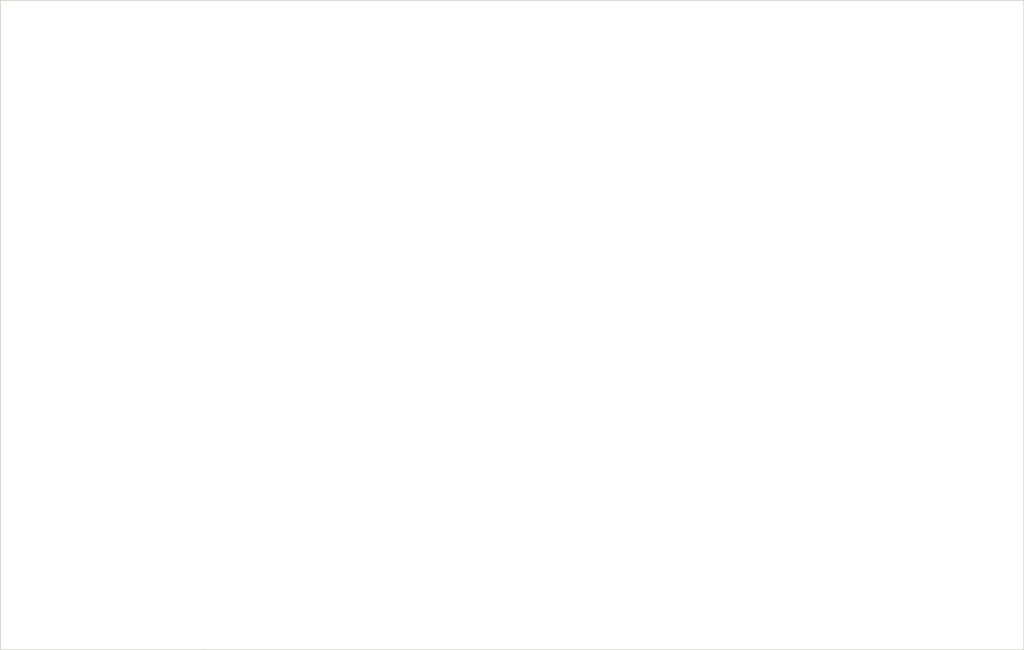
<source format=kicad_pcb>
(kicad_pcb (version 4) (host pcbnew 4.0.6)

  (general
    (links 0)
    (no_connects 0)
    (area 87.579999 46.939999 205.790001 121.970001)
    (thickness 1.6)
    (drawings 9)
    (tracks 0)
    (zones 0)
    (modules 14)
    (nets 1)
  )

  (page A4)
  (layers
    (0 F.Cu signal)
    (31 B.Cu signal)
    (32 B.Adhes user)
    (33 F.Adhes user)
    (34 B.Paste user)
    (35 F.Paste user)
    (36 B.SilkS user)
    (37 F.SilkS user)
    (38 B.Mask user)
    (39 F.Mask user)
    (40 Dwgs.User user)
    (41 Cmts.User user)
    (42 Eco1.User user)
    (43 Eco2.User user)
    (44 Edge.Cuts user)
    (45 Margin user)
    (46 B.CrtYd user)
    (47 F.CrtYd user)
    (48 B.Fab user hide)
    (49 F.Fab user)
  )

  (setup
    (last_trace_width 0.254)
    (trace_clearance 0.4572)
    (zone_clearance 0.508)
    (zone_45_only no)
    (trace_min 0.254)
    (segment_width 0.2)
    (edge_width 0.1)
    (via_size 0.6)
    (via_drill 0.4064)
    (via_min_size 0.4064)
    (via_min_drill 0.3)
    (uvia_size 0.599948)
    (uvia_drill 0.4064)
    (uvias_allowed no)
    (uvia_min_size 0.4064)
    (uvia_min_drill 0.1)
    (pcb_text_width 0.3)
    (pcb_text_size 1.5 1.5)
    (mod_edge_width 0.15)
    (mod_text_size 1 1)
    (mod_text_width 0.15)
    (pad_size 7.540625 7.540625)
    (pad_drill 7.540625)
    (pad_to_mask_clearance 0)
    (aux_axis_origin 0 0)
    (visible_elements 7FFFFFFF)
    (pcbplotparams
      (layerselection 0x00030_80000001)
      (usegerberextensions false)
      (excludeedgelayer true)
      (linewidth 0.100000)
      (plotframeref false)
      (viasonmask false)
      (mode 1)
      (useauxorigin false)
      (hpglpennumber 1)
      (hpglpenspeed 20)
      (hpglpendiameter 15)
      (hpglpenoverlay 2)
      (psnegative false)
      (psa4output false)
      (plotreference true)
      (plotvalue true)
      (plotinvisibletext false)
      (padsonsilk false)
      (subtractmaskfromsilk false)
      (outputformat 1)
      (mirror false)
      (drillshape 0)
      (scaleselection 1)
      (outputdirectory svg/))
  )

  (net 0 "")

  (net_class Default "This is the default net class."
    (clearance 0.4572)
    (trace_width 0.254)
    (via_dia 0.6)
    (via_drill 0.4064)
    (uvia_dia 0.599948)
    (uvia_drill 0.4064)
  )

  (net_class PWR ""
    (clearance 0.4572)
    (trace_width 0.508)
    (via_dia 0.6)
    (via_drill 0.4064)
    (uvia_dia 0.599948)
    (uvia_drill 0.4064)
  )

  (module "LED Dimmer Footprints:SW_SPDT_PCBPM_ALT" (layer F.Cu) (tedit 594821B1) (tstamp 5948A3F2)
    (at 148.59 65.405 90)
    (path /59428968)
    (fp_text reference SW1 (at 0 2.54 90) (layer F.SilkS) hide
      (effects (font (size 1 1) (thickness 0.15)))
    )
    (fp_text value SW_SPDT (at 0 -2.54 90) (layer F.Fab)
      (effects (font (size 1 1) (thickness 0.15)))
    )
    (fp_line (start 6.604 3.556) (end 6.731 3.556) (layer F.CrtYd) (width 0.0762))
    (fp_line (start 6.731 3.556) (end 6.731 -3.556) (layer F.CrtYd) (width 0.0762))
    (fp_line (start 6.731 -3.556) (end 6.604 -3.556) (layer F.CrtYd) (width 0.0762))
    (fp_line (start -6.731 0) (end -6.731 -3.556) (layer F.CrtYd) (width 0.0762))
    (fp_line (start -6.731 -3.556) (end 6.604 -3.556) (layer F.CrtYd) (width 0.0762))
    (fp_line (start 6.604 3.556) (end -6.731 3.556) (layer F.CrtYd) (width 0.0762))
    (fp_line (start -6.731 3.556) (end -6.731 0) (layer F.CrtYd) (width 0.0762))
    (pad "" np_thru_hole circle (at 0 0 90) (size 6.35 6.35) (drill 6.35) (layers *.Cu *.Mask))
  )

  (module "LED Dimmer Footprints:SW_SPDT_PCBPM_ALT" (layer F.Cu) (tedit 594821B1) (tstamp 5948A40B)
    (at 160.02 65.405 90)
    (path /59428B8B)
    (fp_text reference SW2 (at 0 2.54 90) (layer F.SilkS) hide
      (effects (font (size 1 1) (thickness 0.15)))
    )
    (fp_text value SW_SPDT (at 0 -2.54 90) (layer F.Fab)
      (effects (font (size 1 1) (thickness 0.15)))
    )
    (fp_line (start 6.604 3.556) (end 6.731 3.556) (layer F.CrtYd) (width 0.0762))
    (fp_line (start 6.731 3.556) (end 6.731 -3.556) (layer F.CrtYd) (width 0.0762))
    (fp_line (start 6.731 -3.556) (end 6.604 -3.556) (layer F.CrtYd) (width 0.0762))
    (fp_line (start -6.731 0) (end -6.731 -3.556) (layer F.CrtYd) (width 0.0762))
    (fp_line (start -6.731 -3.556) (end 6.604 -3.556) (layer F.CrtYd) (width 0.0762))
    (fp_line (start 6.604 3.556) (end -6.731 3.556) (layer F.CrtYd) (width 0.0762))
    (fp_line (start -6.731 3.556) (end -6.731 0) (layer F.CrtYd) (width 0.0762))
    (pad "" np_thru_hole circle (at 0 0 90) (size 6.35 6.35) (drill 6.35) (layers *.Cu *.Mask))
  )

  (module "LED Dimmer Footprints:SW_SPDT_PCBPM_ALT" (layer F.Cu) (tedit 594821B1) (tstamp 5948A424)
    (at 171.45 65.405 90)
    (path /59428C7E)
    (fp_text reference SW3 (at 0 2.54 90) (layer F.SilkS) hide
      (effects (font (size 1 1) (thickness 0.15)))
    )
    (fp_text value SW_SPDT (at 0 -2.54 90) (layer F.Fab)
      (effects (font (size 1 1) (thickness 0.15)))
    )
    (fp_line (start 6.604 3.556) (end 6.731 3.556) (layer F.CrtYd) (width 0.0762))
    (fp_line (start 6.731 3.556) (end 6.731 -3.556) (layer F.CrtYd) (width 0.0762))
    (fp_line (start 6.731 -3.556) (end 6.604 -3.556) (layer F.CrtYd) (width 0.0762))
    (fp_line (start -6.731 0) (end -6.731 -3.556) (layer F.CrtYd) (width 0.0762))
    (fp_line (start -6.731 -3.556) (end 6.604 -3.556) (layer F.CrtYd) (width 0.0762))
    (fp_line (start 6.604 3.556) (end -6.731 3.556) (layer F.CrtYd) (width 0.0762))
    (fp_line (start -6.731 3.556) (end -6.731 0) (layer F.CrtYd) (width 0.0762))
    (pad "" np_thru_hole circle (at 0 0 90) (size 6.35 6.35) (drill 6.35) (layers *.Cu *.Mask))
  )

  (module "LED Dimmer Footprints:SW_SPDT_PCBPM_ALT" (layer F.Cu) (tedit 594821B1) (tstamp 5948A43D)
    (at 182.88 65.405 90)
    (path /59428D7A)
    (fp_text reference SW4 (at 0 2.54 90) (layer F.SilkS) hide
      (effects (font (size 1 1) (thickness 0.15)))
    )
    (fp_text value SW_SPDT (at 0 -2.54 90) (layer F.Fab)
      (effects (font (size 1 1) (thickness 0.15)))
    )
    (fp_line (start 6.604 3.556) (end 6.731 3.556) (layer F.CrtYd) (width 0.0762))
    (fp_line (start 6.731 3.556) (end 6.731 -3.556) (layer F.CrtYd) (width 0.0762))
    (fp_line (start 6.731 -3.556) (end 6.604 -3.556) (layer F.CrtYd) (width 0.0762))
    (fp_line (start -6.731 0) (end -6.731 -3.556) (layer F.CrtYd) (width 0.0762))
    (fp_line (start -6.731 -3.556) (end 6.604 -3.556) (layer F.CrtYd) (width 0.0762))
    (fp_line (start 6.604 3.556) (end -6.731 3.556) (layer F.CrtYd) (width 0.0762))
    (fp_line (start -6.731 3.556) (end -6.731 0) (layer F.CrtYd) (width 0.0762))
    (pad "" np_thru_hole circle (at 0 0 90) (size 6.35 6.35) (drill 6.35) (layers *.Cu *.Mask))
  )

  (module "LED Dimmer Footprints:SW_SPDT_PCBPM_ALT" (layer F.Cu) (tedit 594821B1) (tstamp 5948A456)
    (at 148.59 85.725 90)
    (path /5942A24A)
    (fp_text reference SW5 (at 0 2.54 90) (layer F.SilkS) hide
      (effects (font (size 1 1) (thickness 0.15)))
    )
    (fp_text value SW_SPDT (at 0 -2.54 90) (layer F.Fab)
      (effects (font (size 1 1) (thickness 0.15)))
    )
    (fp_line (start 6.604 3.556) (end 6.731 3.556) (layer F.CrtYd) (width 0.0762))
    (fp_line (start 6.731 3.556) (end 6.731 -3.556) (layer F.CrtYd) (width 0.0762))
    (fp_line (start 6.731 -3.556) (end 6.604 -3.556) (layer F.CrtYd) (width 0.0762))
    (fp_line (start -6.731 0) (end -6.731 -3.556) (layer F.CrtYd) (width 0.0762))
    (fp_line (start -6.731 -3.556) (end 6.604 -3.556) (layer F.CrtYd) (width 0.0762))
    (fp_line (start 6.604 3.556) (end -6.731 3.556) (layer F.CrtYd) (width 0.0762))
    (fp_line (start -6.731 3.556) (end -6.731 0) (layer F.CrtYd) (width 0.0762))
    (pad "" np_thru_hole circle (at 0 0 90) (size 6.35 6.35) (drill 6.35) (layers *.Cu *.Mask))
  )

  (module "LED Dimmer Footprints:SW_SPDT_PCBPM_ALT" (layer F.Cu) (tedit 594821B1) (tstamp 5948A46F)
    (at 160.02 85.725 90)
    (path /5942A250)
    (fp_text reference SW6 (at 0 2.54 90) (layer F.SilkS) hide
      (effects (font (size 1 1) (thickness 0.15)))
    )
    (fp_text value SW_SPDT (at 0 -2.54 90) (layer F.Fab)
      (effects (font (size 1 1) (thickness 0.15)))
    )
    (fp_line (start 6.604 3.556) (end 6.731 3.556) (layer F.CrtYd) (width 0.0762))
    (fp_line (start 6.731 3.556) (end 6.731 -3.556) (layer F.CrtYd) (width 0.0762))
    (fp_line (start 6.731 -3.556) (end 6.604 -3.556) (layer F.CrtYd) (width 0.0762))
    (fp_line (start -6.731 0) (end -6.731 -3.556) (layer F.CrtYd) (width 0.0762))
    (fp_line (start -6.731 -3.556) (end 6.604 -3.556) (layer F.CrtYd) (width 0.0762))
    (fp_line (start 6.604 3.556) (end -6.731 3.556) (layer F.CrtYd) (width 0.0762))
    (fp_line (start -6.731 3.556) (end -6.731 0) (layer F.CrtYd) (width 0.0762))
    (pad "" np_thru_hole circle (at 0 0 90) (size 6.35 6.35) (drill 6.35) (layers *.Cu *.Mask))
  )

  (module "LED Dimmer Footprints:SW_SPDT_PCBPM_ALT" (layer F.Cu) (tedit 594821B1) (tstamp 5948A488)
    (at 171.45 85.725 90)
    (path /5942A256)
    (fp_text reference SW7 (at 0 2.54 90) (layer F.SilkS) hide
      (effects (font (size 1 1) (thickness 0.15)))
    )
    (fp_text value SW_SPDT (at 0 -2.54 90) (layer F.Fab)
      (effects (font (size 1 1) (thickness 0.15)))
    )
    (fp_line (start 6.604 3.556) (end 6.731 3.556) (layer F.CrtYd) (width 0.0762))
    (fp_line (start 6.731 3.556) (end 6.731 -3.556) (layer F.CrtYd) (width 0.0762))
    (fp_line (start 6.731 -3.556) (end 6.604 -3.556) (layer F.CrtYd) (width 0.0762))
    (fp_line (start -6.731 0) (end -6.731 -3.556) (layer F.CrtYd) (width 0.0762))
    (fp_line (start -6.731 -3.556) (end 6.604 -3.556) (layer F.CrtYd) (width 0.0762))
    (fp_line (start 6.604 3.556) (end -6.731 3.556) (layer F.CrtYd) (width 0.0762))
    (fp_line (start -6.731 3.556) (end -6.731 0) (layer F.CrtYd) (width 0.0762))
    (pad "" np_thru_hole circle (at 0 0 90) (size 6.35 6.35) (drill 6.35) (layers *.Cu *.Mask))
  )

  (module "LED Dimmer Footprints:SW_SPDT_PCBPM_ALT" (layer F.Cu) (tedit 594821B1) (tstamp 5948A4A1)
    (at 182.88 85.725 90)
    (path /5942A25C)
    (fp_text reference SW8 (at 0 2.54 90) (layer F.SilkS) hide
      (effects (font (size 1 1) (thickness 0.15)))
    )
    (fp_text value SW_SPDT (at 0 -2.54 90) (layer F.Fab)
      (effects (font (size 1 1) (thickness 0.15)))
    )
    (fp_line (start 6.604 3.556) (end 6.731 3.556) (layer F.CrtYd) (width 0.0762))
    (fp_line (start 6.731 3.556) (end 6.731 -3.556) (layer F.CrtYd) (width 0.0762))
    (fp_line (start 6.731 -3.556) (end 6.604 -3.556) (layer F.CrtYd) (width 0.0762))
    (fp_line (start -6.731 0) (end -6.731 -3.556) (layer F.CrtYd) (width 0.0762))
    (fp_line (start -6.731 -3.556) (end 6.604 -3.556) (layer F.CrtYd) (width 0.0762))
    (fp_line (start 6.604 3.556) (end -6.731 3.556) (layer F.CrtYd) (width 0.0762))
    (fp_line (start -6.731 3.556) (end -6.731 0) (layer F.CrtYd) (width 0.0762))
    (pad "" np_thru_hole circle (at 0 0 90) (size 6.35 6.35) (drill 6.35) (layers *.Cu *.Mask))
  )

  (module "LED Dimmer Footprints:SW_SPDT_PCBPM_ALT" (layer F.Cu) (tedit 594821B1) (tstamp 5948A4BA)
    (at 148.59 106.045 90)
    (path /5942BC16)
    (fp_text reference SW9 (at 0 2.54 90) (layer F.SilkS) hide
      (effects (font (size 1 1) (thickness 0.15)))
    )
    (fp_text value SW_SPDT (at 0 -2.54 90) (layer F.Fab)
      (effects (font (size 1 1) (thickness 0.15)))
    )
    (fp_line (start 6.604 3.556) (end 6.731 3.556) (layer F.CrtYd) (width 0.0762))
    (fp_line (start 6.731 3.556) (end 6.731 -3.556) (layer F.CrtYd) (width 0.0762))
    (fp_line (start 6.731 -3.556) (end 6.604 -3.556) (layer F.CrtYd) (width 0.0762))
    (fp_line (start -6.731 0) (end -6.731 -3.556) (layer F.CrtYd) (width 0.0762))
    (fp_line (start -6.731 -3.556) (end 6.604 -3.556) (layer F.CrtYd) (width 0.0762))
    (fp_line (start 6.604 3.556) (end -6.731 3.556) (layer F.CrtYd) (width 0.0762))
    (fp_line (start -6.731 3.556) (end -6.731 0) (layer F.CrtYd) (width 0.0762))
    (pad "" np_thru_hole circle (at 0 0 90) (size 6.35 6.35) (drill 6.35) (layers *.Cu *.Mask))
  )

  (module "LED Dimmer Footprints:SW_SPDT_PCBPM_ALT" (layer F.Cu) (tedit 594821B1) (tstamp 5948A4D3)
    (at 160.02 106.045 90)
    (path /5942BC1C)
    (fp_text reference SW10 (at 0 2.54 90) (layer F.SilkS) hide
      (effects (font (size 1 1) (thickness 0.15)))
    )
    (fp_text value SW_SPDT (at 0 -2.54 90) (layer F.Fab)
      (effects (font (size 1 1) (thickness 0.15)))
    )
    (fp_line (start 6.604 3.556) (end 6.731 3.556) (layer F.CrtYd) (width 0.0762))
    (fp_line (start 6.731 3.556) (end 6.731 -3.556) (layer F.CrtYd) (width 0.0762))
    (fp_line (start 6.731 -3.556) (end 6.604 -3.556) (layer F.CrtYd) (width 0.0762))
    (fp_line (start -6.731 0) (end -6.731 -3.556) (layer F.CrtYd) (width 0.0762))
    (fp_line (start -6.731 -3.556) (end 6.604 -3.556) (layer F.CrtYd) (width 0.0762))
    (fp_line (start 6.604 3.556) (end -6.731 3.556) (layer F.CrtYd) (width 0.0762))
    (fp_line (start -6.731 3.556) (end -6.731 0) (layer F.CrtYd) (width 0.0762))
    (pad "" np_thru_hole circle (at 0 0 90) (size 6.35 6.35) (drill 6.35) (layers *.Cu *.Mask))
  )

  (module "LED Dimmer Footprints:SW_SPDT_PCBPM_ALT" (layer F.Cu) (tedit 594821B1) (tstamp 5948A4EC)
    (at 171.45 106.045 90)
    (path /5942BC22)
    (fp_text reference SW11 (at 0 2.54 90) (layer F.SilkS) hide
      (effects (font (size 1 1) (thickness 0.15)))
    )
    (fp_text value SW_SPDT (at 0 -2.54 90) (layer F.Fab)
      (effects (font (size 1 1) (thickness 0.15)))
    )
    (fp_line (start 6.604 3.556) (end 6.731 3.556) (layer F.CrtYd) (width 0.0762))
    (fp_line (start 6.731 3.556) (end 6.731 -3.556) (layer F.CrtYd) (width 0.0762))
    (fp_line (start 6.731 -3.556) (end 6.604 -3.556) (layer F.CrtYd) (width 0.0762))
    (fp_line (start -6.731 0) (end -6.731 -3.556) (layer F.CrtYd) (width 0.0762))
    (fp_line (start -6.731 -3.556) (end 6.604 -3.556) (layer F.CrtYd) (width 0.0762))
    (fp_line (start 6.604 3.556) (end -6.731 3.556) (layer F.CrtYd) (width 0.0762))
    (fp_line (start -6.731 3.556) (end -6.731 0) (layer F.CrtYd) (width 0.0762))
    (pad "" np_thru_hole circle (at 0 0 90) (size 6.35 6.35) (drill 6.35) (layers *.Cu *.Mask))
  )

  (module "LED Dimmer Footprints:SW_SPDT_PCBPM_ALT" (layer F.Cu) (tedit 594821B1) (tstamp 5948A505)
    (at 182.88 106.045 90)
    (path /5942BC28)
    (fp_text reference SW12 (at 0 2.54 90) (layer F.SilkS) hide
      (effects (font (size 1 1) (thickness 0.15)))
    )
    (fp_text value SW_SPDT (at 0 -2.54 90) (layer F.Fab)
      (effects (font (size 1 1) (thickness 0.15)))
    )
    (fp_line (start 6.604 3.556) (end 6.731 3.556) (layer F.CrtYd) (width 0.0762))
    (fp_line (start 6.731 3.556) (end 6.731 -3.556) (layer F.CrtYd) (width 0.0762))
    (fp_line (start 6.731 -3.556) (end 6.604 -3.556) (layer F.CrtYd) (width 0.0762))
    (fp_line (start -6.731 0) (end -6.731 -3.556) (layer F.CrtYd) (width 0.0762))
    (fp_line (start -6.731 -3.556) (end 6.604 -3.556) (layer F.CrtYd) (width 0.0762))
    (fp_line (start 6.604 3.556) (end -6.731 3.556) (layer F.CrtYd) (width 0.0762))
    (fp_line (start -6.731 3.556) (end -6.731 0) (layer F.CrtYd) (width 0.0762))
    (pad "" np_thru_hole circle (at 0 0 90) (size 6.35 6.35) (drill 6.35) (layers *.Cu *.Mask))
  )

  (module "LED Dimmer Footprints:LED_D5.0mm-4_ALT_SPARKFUN_HOUSING" (layer F.Cu) (tedit 59497C10) (tstamp 5948A091)
    (at 100.965 65.405)
    (descr "LED, diameter 5.0mm, 2 pins, diameter 5.0mm, 3 pins, diameter 5.0mm, 4 pins, http://www.kingbright.com/attachments/file/psearch/000/00/00/L-154A4SUREQBFZGEW(Ver.9A).pdf")
    (tags "LED diameter 5.0mm 2 pins diameter 5.0mm 3 pins diameter 5.0mm 4 pins")
    (path /5929F906)
    (fp_text reference D1 (at 0 -3.96) (layer F.SilkS) hide
      (effects (font (size 1 1) (thickness 0.15)))
    )
    (fp_text value LED_RABG (at 0 3.96) (layer F.Fab)
      (effects (font (size 1 1) (thickness 0.15)))
    )
    (fp_line (start 3.937 -4.064) (end -3.429 -4.064) (layer F.CrtYd) (width 0.0762))
    (fp_line (start -3.429 -4.064) (end -3.429 4.064) (layer F.CrtYd) (width 0.0762))
    (fp_line (start -3.429 4.064) (end 3.937 4.064) (layer F.CrtYd) (width 0.0762))
    (fp_line (start 3.937 4.064) (end 3.937 -4.064) (layer F.CrtYd) (width 0.0762))
    (pad "" np_thru_hole circle (at 0 0) (size 7.540625 7.540625) (drill 7.540625) (layers *.Cu *.Mask))
    (model LEDs.3dshapes/LED_D5.0mm-4.wrl
      (at (xyz 0 0 0))
      (scale (xyz 0.393701 0.393701 0.393701))
      (rotate (xyz 0 0 0))
    )
  )

  (module "LED Dimmer Footprints:POT_UM_296RE_ALT_PANEL" (layer F.Cu) (tedit 59483961) (tstamp 5948A3D9)
    (at 100.965 102.235)
    (path /5928F203)
    (fp_text reference RV1 (at 0 0.635) (layer F.SilkS) hide
      (effects (font (size 1 1) (thickness 0.15)))
    )
    (fp_text value 500K (at 0 -1.778) (layer F.Fab)
      (effects (font (size 1 1) (thickness 0.15)))
    )
    (fp_line (start 7.874 -9.906) (end 7.874 -16.891) (layer F.CrtYd) (width 0.0762))
    (fp_line (start 7.874 -16.891) (end -7.874 -16.891) (layer F.CrtYd) (width 0.0762))
    (fp_line (start -7.874 -16.891) (end -7.874 1.778) (layer F.CrtYd) (width 0.0762))
    (fp_line (start -7.874 1.778) (end 7.874 1.778) (layer F.CrtYd) (width 0.0762))
    (fp_line (start 7.874 1.778) (end 7.874 -9.906) (layer F.CrtYd) (width 0.0762))
    (pad "" np_thru_hole circle (at 0 -9.906) (size 6.604 6.604) (drill 6.604) (layers *.Cu *.Mask))
  )

  (gr_line (start 87.63 121.92) (end 87.63 52.07) (angle 90) (layer Edge.Cuts) (width 0.1))
  (gr_line (start 205.74 46.99) (end 205.74 97.79) (angle 90) (layer Edge.Cuts) (width 0.1))
  (gr_line (start 87.63 46.99) (end 205.74 46.99) (angle 90) (layer Edge.Cuts) (width 0.1))
  (gr_line (start 87.63 48.895) (end 87.63 46.99) (angle 90) (layer Edge.Cuts) (width 0.1))
  (gr_line (start 87.63 52.07) (end 87.63 48.895) (angle 90) (layer Edge.Cuts) (width 0.1))
  (gr_line (start 111.125 121.92) (end 87.63 121.92) (angle 90) (layer Edge.Cuts) (width 0.1))
  (gr_line (start 205.74 121.92) (end 205.74 119.38) (angle 90) (layer Edge.Cuts) (width 0.1))
  (gr_line (start 111.125 121.92) (end 205.74 121.92) (angle 90) (layer Edge.Cuts) (width 0.1))
  (gr_line (start 205.74 97.79) (end 205.74 119.38) (angle 90) (layer Edge.Cuts) (width 0.1))

)

</source>
